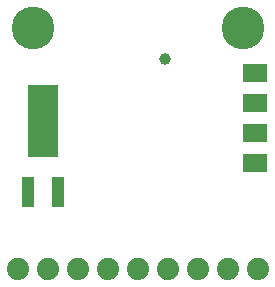
<source format=gbr>
G04 EAGLE Gerber RS-274X export*
G75*
%MOMM*%
%FSLAX34Y34*%
%LPD*%
%INSoldermask Bottom*%
%IPPOS*%
%AMOC8*
5,1,8,0,0,1.08239X$1,22.5*%
G01*
%ADD10C,1.001600*%
%ADD11R,2.101600X1.601600*%
%ADD12C,3.617600*%
%ADD13C,1.879600*%
%ADD14R,2.601600X6.101600*%
%ADD15R,1.101600X2.601600*%


D10*
X137570Y201980D03*
D11*
X213360Y190500D03*
X213360Y165100D03*
D12*
X203200Y228600D03*
X25400Y228600D03*
D13*
X12700Y24130D03*
X38100Y24130D03*
X63500Y24130D03*
X88900Y24130D03*
X114300Y24130D03*
X139700Y24130D03*
X165100Y24130D03*
X190500Y24130D03*
X215900Y24130D03*
D14*
X34290Y149240D03*
D15*
X21590Y89240D03*
X46990Y89240D03*
D11*
X213360Y139700D03*
X213360Y114300D03*
M02*

</source>
